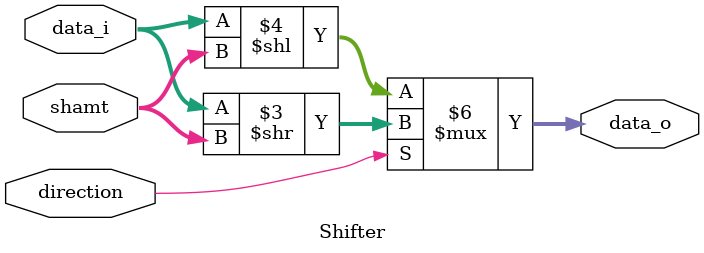
<source format=v>
module Shifter(
				data_i,
				data_o,
				shamt,
				direction
			);

input [32-1:0] data_i;
input [4:0] shamt;
input direction;

output [32-1:0] data_o;
reg [32-1:0] data_o;

always @(*)
begin
	if(direction == 1)
		data_o = data_i >> shamt;
	else
		data_o = data_i << shamt;
end

endmodule

</source>
